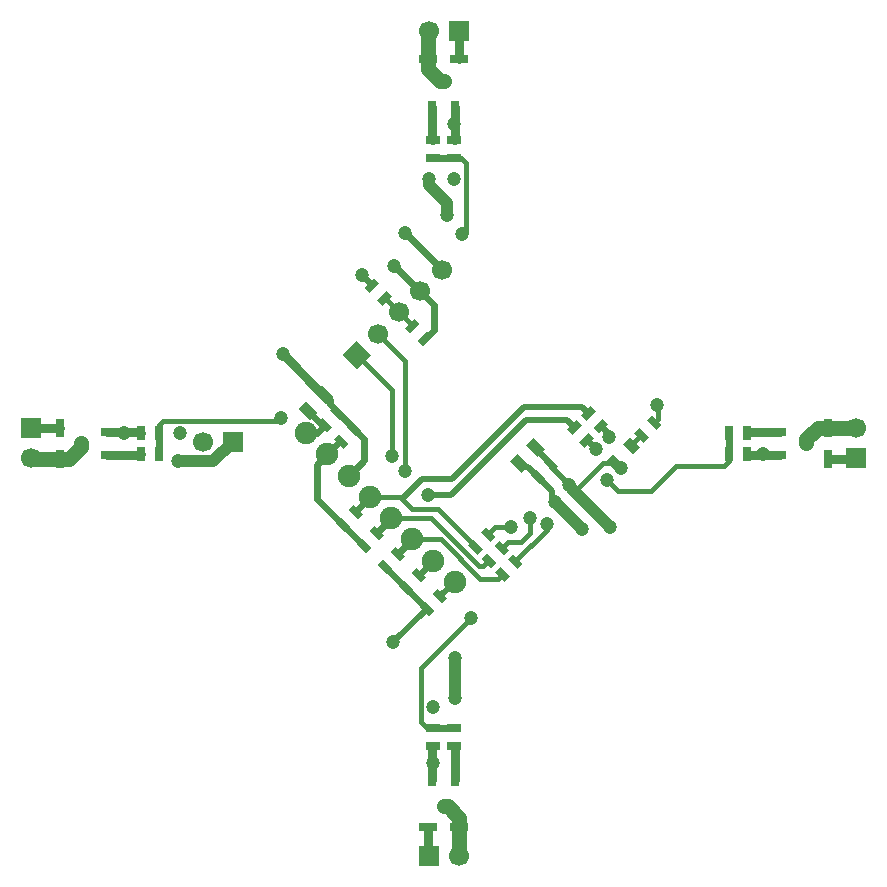
<source format=gtl>
G04 #@! TF.GenerationSoftware,KiCad,Pcbnew,(5.1.6)-1*
G04 #@! TF.CreationDate,2020-05-29T12:24:41+03:00*
G04 #@! TF.ProjectId,QuadV100,51756164-5631-4303-902e-6b696361645f,rev?*
G04 #@! TF.SameCoordinates,PX5b0b1acPY39a3b04*
G04 #@! TF.FileFunction,Copper,L1,Top*
G04 #@! TF.FilePolarity,Positive*
%FSLAX46Y46*%
G04 Gerber Fmt 4.6, Leading zero omitted, Abs format (unit mm)*
G04 Created by KiCad (PCBNEW (5.1.6)-1) date 2020-05-29 12:24:41*
%MOMM*%
%LPD*%
G01*
G04 APERTURE LIST*
G04 #@! TA.AperFunction,ComponentPad*
%ADD10C,1.900000*%
G04 #@! TD*
G04 #@! TA.AperFunction,SMDPad,CuDef*
%ADD11C,0.150000*%
G04 #@! TD*
G04 #@! TA.AperFunction,SMDPad,CuDef*
%ADD12R,0.800000X1.524000*%
G04 #@! TD*
G04 #@! TA.AperFunction,SMDPad,CuDef*
%ADD13R,1.524000X0.800000*%
G04 #@! TD*
G04 #@! TA.AperFunction,ComponentPad*
%ADD14R,1.699260X1.699260*%
G04 #@! TD*
G04 #@! TA.AperFunction,ComponentPad*
%ADD15C,1.699260*%
G04 #@! TD*
G04 #@! TA.AperFunction,SMDPad,CuDef*
%ADD16R,1.000760X0.800100*%
G04 #@! TD*
G04 #@! TA.AperFunction,SMDPad,CuDef*
%ADD17R,0.800100X1.000760*%
G04 #@! TD*
G04 #@! TA.AperFunction,SMDPad,CuDef*
%ADD18R,0.635000X1.143000*%
G04 #@! TD*
G04 #@! TA.AperFunction,SMDPad,CuDef*
%ADD19R,1.143000X0.635000*%
G04 #@! TD*
G04 #@! TA.AperFunction,ComponentPad*
%ADD20C,0.150000*%
G04 #@! TD*
G04 #@! TA.AperFunction,ViaPad*
%ADD21C,1.200000*%
G04 #@! TD*
G04 #@! TA.AperFunction,ViaPad*
%ADD22C,1.198880*%
G04 #@! TD*
G04 #@! TA.AperFunction,Conductor*
%ADD23C,0.800000*%
G04 #@! TD*
G04 #@! TA.AperFunction,Conductor*
%ADD24C,0.500380*%
G04 #@! TD*
G04 #@! TA.AperFunction,Conductor*
%ADD25C,0.599440*%
G04 #@! TD*
G04 #@! TA.AperFunction,Conductor*
%ADD26C,1.000000*%
G04 #@! TD*
G04 #@! TA.AperFunction,Conductor*
%ADD27C,0.398780*%
G04 #@! TD*
G04 #@! TA.AperFunction,Conductor*
%ADD28C,1.300000*%
G04 #@! TD*
G04 APERTURE END LIST*
D10*
X88683197Y-23655459D03*
X90479249Y-25451510D03*
X92275300Y-27247561D03*
X94071351Y-29043613D03*
X95867402Y-30839664D03*
X97663454Y-32635715D03*
X99459505Y-34431766D03*
X101255556Y-36227817D03*
G04 #@! TA.AperFunction,SMDPad,CuDef*
D11*
G36*
X109198210Y-25629567D02*
G01*
X110006433Y-26437790D01*
X109557420Y-26886803D01*
X108749197Y-26078580D01*
X109198210Y-25629567D01*
G37*
G04 #@! TD.AperFunction*
G04 #@! TA.AperFunction,SMDPad,CuDef*
G36*
X108120580Y-26707197D02*
G01*
X108928803Y-27515420D01*
X108479790Y-27964433D01*
X107671567Y-27156210D01*
X108120580Y-26707197D01*
G37*
G04 #@! TD.AperFunction*
G04 #@! TA.AperFunction,SMDPad,CuDef*
G36*
X107935914Y-24045258D02*
G01*
X108923742Y-25033086D01*
X108295124Y-25661704D01*
X107307296Y-24673876D01*
X107935914Y-24045258D01*
G37*
G04 #@! TD.AperFunction*
G04 #@! TA.AperFunction,SMDPad,CuDef*
G36*
X106588876Y-25392296D02*
G01*
X107576704Y-26380124D01*
X106948086Y-27008742D01*
X105960258Y-26020914D01*
X106588876Y-25392296D01*
G37*
G04 #@! TD.AperFunction*
G04 #@! TA.AperFunction,SMDPad,CuDef*
G36*
X88681876Y-20947296D02*
G01*
X89669704Y-21935124D01*
X89041086Y-22563742D01*
X88053258Y-21575914D01*
X88681876Y-20947296D01*
G37*
G04 #@! TD.AperFunction*
G04 #@! TA.AperFunction,SMDPad,CuDef*
G36*
X90028914Y-19600258D02*
G01*
X91016742Y-20588086D01*
X90388124Y-21216704D01*
X89400296Y-20228876D01*
X90028914Y-19600258D01*
G37*
G04 #@! TD.AperFunction*
G04 #@! TA.AperFunction,SMDPad,CuDef*
G36*
X90086580Y-22325697D02*
G01*
X90894803Y-23133920D01*
X90445790Y-23582933D01*
X89637567Y-22774710D01*
X90086580Y-22325697D01*
G37*
G04 #@! TD.AperFunction*
G04 #@! TA.AperFunction,SMDPad,CuDef*
G36*
X91164210Y-21248067D02*
G01*
X91972433Y-22056290D01*
X91523420Y-22505303D01*
X90715197Y-21697080D01*
X91164210Y-21248067D01*
G37*
G04 #@! TD.AperFunction*
G04 #@! TA.AperFunction,SMDPad,CuDef*
G36*
X92561210Y-22645067D02*
G01*
X93369433Y-23453290D01*
X92920420Y-23902303D01*
X92112197Y-23094080D01*
X92561210Y-22645067D01*
G37*
G04 #@! TD.AperFunction*
G04 #@! TA.AperFunction,SMDPad,CuDef*
G36*
X91483580Y-23722697D02*
G01*
X92291803Y-24530920D01*
X91842790Y-24979933D01*
X91034567Y-24171710D01*
X91483580Y-23722697D01*
G37*
G04 #@! TD.AperFunction*
G04 #@! TA.AperFunction,SMDPad,CuDef*
G36*
X116085282Y-24011582D02*
G01*
X116933018Y-24859318D01*
X116367332Y-25425004D01*
X115519596Y-24577268D01*
X116085282Y-24011582D01*
G37*
G04 #@! TD.AperFunction*
G04 #@! TA.AperFunction,SMDPad,CuDef*
G36*
X114671068Y-25425796D02*
G01*
X115518804Y-26273532D01*
X114953118Y-26839218D01*
X114105382Y-25991482D01*
X114671068Y-25425796D01*
G37*
G04 #@! TD.AperFunction*
D12*
X67818000Y-25844500D03*
X67818000Y-23177500D03*
D13*
X101663500Y8001000D03*
X98996500Y8001000D03*
D12*
X132842000Y-25844500D03*
X132842000Y-23177500D03*
D13*
X101663500Y-57023000D03*
X98996500Y-57023000D03*
D14*
X82486500Y-24384000D03*
D15*
X79946500Y-24384000D03*
X65405000Y-25781000D03*
D14*
X65405000Y-23241000D03*
X101600000Y10414000D03*
D15*
X99060000Y10414000D03*
X135255000Y-23241000D03*
D14*
X135255000Y-25781000D03*
X99060000Y-59436000D03*
D15*
X101600000Y-59436000D03*
D16*
X71838820Y-25463500D03*
X69639180Y-24511000D03*
X71838820Y-23558500D03*
D17*
X101282500Y3980180D03*
X100330000Y6179820D03*
X99377500Y3980180D03*
D16*
X128821180Y-23558500D03*
X131020820Y-24511000D03*
X128821180Y-25463500D03*
D17*
X99377500Y-53002180D03*
X100330000Y-55201820D03*
X101282500Y-53002180D03*
G04 #@! TA.AperFunction,SMDPad,CuDef*
D11*
G36*
X91969790Y-32028433D02*
G01*
X91161567Y-31220210D01*
X91610580Y-30771197D01*
X92418803Y-31579420D01*
X91969790Y-32028433D01*
G37*
G04 #@! TD.AperFunction*
G04 #@! TA.AperFunction,SMDPad,CuDef*
G36*
X93047420Y-30950803D02*
G01*
X92239197Y-30142580D01*
X92688210Y-29693567D01*
X93496433Y-30501790D01*
X93047420Y-30950803D01*
G37*
G04 #@! TD.AperFunction*
G04 #@! TA.AperFunction,SMDPad,CuDef*
G36*
X94825420Y-32728803D02*
G01*
X94017197Y-31920580D01*
X94466210Y-31471567D01*
X95274433Y-32279790D01*
X94825420Y-32728803D01*
G37*
G04 #@! TD.AperFunction*
G04 #@! TA.AperFunction,SMDPad,CuDef*
G36*
X93747790Y-33806433D02*
G01*
X92939567Y-32998210D01*
X93388580Y-32549197D01*
X94196803Y-33357420D01*
X93747790Y-33806433D01*
G37*
G04 #@! TD.AperFunction*
D18*
X74676000Y-25400000D03*
X76200000Y-25400000D03*
X74676000Y-23622000D03*
X76200000Y-23622000D03*
D19*
X99441000Y-381000D03*
X99441000Y1143000D03*
X101219000Y1143000D03*
X101219000Y-381000D03*
D18*
X124460000Y-23622000D03*
X125984000Y-23622000D03*
X124460000Y-25400000D03*
X125984000Y-25400000D03*
D19*
X101219000Y-48641000D03*
X101219000Y-50165000D03*
X99441000Y-48641000D03*
X99441000Y-50165000D03*
G04 #@! TA.AperFunction,SMDPad,CuDef*
D11*
G36*
X96603420Y-34506803D02*
G01*
X95795197Y-33698580D01*
X96244210Y-33249567D01*
X97052433Y-34057790D01*
X96603420Y-34506803D01*
G37*
G04 #@! TD.AperFunction*
G04 #@! TA.AperFunction,SMDPad,CuDef*
G36*
X95525790Y-35584433D02*
G01*
X94717567Y-34776210D01*
X95166580Y-34327197D01*
X95974803Y-35135420D01*
X95525790Y-35584433D01*
G37*
G04 #@! TD.AperFunction*
G04 #@! TA.AperFunction,SMDPad,CuDef*
G36*
X97303790Y-37362433D02*
G01*
X96495567Y-36554210D01*
X96944580Y-36105197D01*
X97752803Y-36913420D01*
X97303790Y-37362433D01*
G37*
G04 #@! TD.AperFunction*
G04 #@! TA.AperFunction,SMDPad,CuDef*
G36*
X98381420Y-36284803D02*
G01*
X97573197Y-35476580D01*
X98022210Y-35027567D01*
X98830433Y-35835790D01*
X98381420Y-36284803D01*
G37*
G04 #@! TD.AperFunction*
G04 #@! TA.AperFunction,SMDPad,CuDef*
G36*
X100159420Y-38062803D02*
G01*
X99351197Y-37254580D01*
X99800210Y-36805567D01*
X100608433Y-37613790D01*
X100159420Y-38062803D01*
G37*
G04 #@! TD.AperFunction*
G04 #@! TA.AperFunction,SMDPad,CuDef*
G36*
X99081790Y-39140433D02*
G01*
X98273567Y-38332210D01*
X98722580Y-37883197D01*
X99530803Y-38691420D01*
X99081790Y-39140433D01*
G37*
G04 #@! TD.AperFunction*
G04 #@! TA.AperFunction,SMDPad,CuDef*
G36*
X118320420Y-23381603D02*
G01*
X117512197Y-22573380D01*
X117961210Y-22124367D01*
X118769433Y-22932590D01*
X118320420Y-23381603D01*
G37*
G04 #@! TD.AperFunction*
G04 #@! TA.AperFunction,SMDPad,CuDef*
G36*
X117242790Y-24459233D02*
G01*
X116434567Y-23651010D01*
X116883580Y-23201997D01*
X117691803Y-24010220D01*
X117242790Y-24459233D01*
G37*
G04 #@! TD.AperFunction*
G04 #@! TA.AperFunction,SMDPad,CuDef*
G36*
X95972933Y-12043210D02*
G01*
X95164710Y-12851433D01*
X94715697Y-12402420D01*
X95523920Y-11594197D01*
X95972933Y-12043210D01*
G37*
G04 #@! TD.AperFunction*
G04 #@! TA.AperFunction,SMDPad,CuDef*
G36*
X94895303Y-10965580D02*
G01*
X94087080Y-11773803D01*
X93638067Y-11324790D01*
X94446290Y-10516567D01*
X94895303Y-10965580D01*
G37*
G04 #@! TD.AperFunction*
G04 #@! TA.AperFunction,ComponentPad*
D20*
G36*
X92964000Y-18219558D02*
G01*
X91762442Y-17018000D01*
X92964000Y-15816442D01*
X94165558Y-17018000D01*
X92964000Y-18219558D01*
G37*
G04 #@! TD.AperFunction*
D15*
X94760051Y-15221949D03*
X96556102Y-13425898D03*
X98352154Y-11629846D03*
X100148205Y-9833795D03*
G04 #@! TA.AperFunction,SMDPad,CuDef*
D11*
G36*
X97067067Y-14753790D02*
G01*
X97875290Y-13945567D01*
X98324303Y-14394580D01*
X97516080Y-15202803D01*
X97067067Y-14753790D01*
G37*
G04 #@! TD.AperFunction*
G04 #@! TA.AperFunction,SMDPad,CuDef*
G36*
X98144697Y-15831420D02*
G01*
X98952920Y-15023197D01*
X99401933Y-15472210D01*
X98593710Y-16280433D01*
X98144697Y-15831420D01*
G37*
G04 #@! TD.AperFunction*
G04 #@! TA.AperFunction,SMDPad,CuDef*
G36*
X105136080Y-34962197D02*
G01*
X105944303Y-35770420D01*
X105495290Y-36219433D01*
X104687067Y-35411210D01*
X105136080Y-34962197D01*
G37*
G04 #@! TD.AperFunction*
G04 #@! TA.AperFunction,SMDPad,CuDef*
G36*
X106213710Y-33884567D02*
G01*
X107021933Y-34692790D01*
X106572920Y-35141803D01*
X105764697Y-34333580D01*
X106213710Y-33884567D01*
G37*
G04 #@! TD.AperFunction*
G04 #@! TA.AperFunction,SMDPad,CuDef*
G36*
X105070710Y-32741567D02*
G01*
X105878933Y-33549790D01*
X105429920Y-33998803D01*
X104621697Y-33190580D01*
X105070710Y-32741567D01*
G37*
G04 #@! TD.AperFunction*
G04 #@! TA.AperFunction,SMDPad,CuDef*
G36*
X103993080Y-33819197D02*
G01*
X104801303Y-34627420D01*
X104352290Y-35076433D01*
X103544067Y-34268210D01*
X103993080Y-33819197D01*
G37*
G04 #@! TD.AperFunction*
G04 #@! TA.AperFunction,SMDPad,CuDef*
G36*
X102850080Y-32676197D02*
G01*
X103658303Y-33484420D01*
X103209290Y-33933433D01*
X102401067Y-33125210D01*
X102850080Y-32676197D01*
G37*
G04 #@! TD.AperFunction*
G04 #@! TA.AperFunction,SMDPad,CuDef*
G36*
X103927710Y-31598567D02*
G01*
X104735933Y-32406790D01*
X104286920Y-32855803D01*
X103478697Y-32047580D01*
X103927710Y-31598567D01*
G37*
G04 #@! TD.AperFunction*
G04 #@! TA.AperFunction,SMDPad,CuDef*
G36*
X113190588Y-21780565D02*
G01*
X112382365Y-22588788D01*
X111933352Y-22139775D01*
X112741575Y-21331552D01*
X113190588Y-21780565D01*
G37*
G04 #@! TD.AperFunction*
G04 #@! TA.AperFunction,SMDPad,CuDef*
G36*
X114268218Y-22858195D02*
G01*
X113459995Y-23666418D01*
X113010982Y-23217405D01*
X113819205Y-22409182D01*
X114268218Y-22858195D01*
G37*
G04 #@! TD.AperFunction*
G04 #@! TA.AperFunction,SMDPad,CuDef*
G36*
X113079833Y-24057410D02*
G01*
X112271610Y-24865633D01*
X111822597Y-24416620D01*
X112630820Y-23608397D01*
X113079833Y-24057410D01*
G37*
G04 #@! TD.AperFunction*
G04 #@! TA.AperFunction,SMDPad,CuDef*
G36*
X112002203Y-22979780D02*
G01*
X111193980Y-23788003D01*
X110744967Y-23338990D01*
X111553190Y-22530767D01*
X112002203Y-22979780D01*
G37*
G04 #@! TD.AperFunction*
D21*
X101219000Y2540000D03*
D22*
X101219000Y-2159000D03*
D21*
X127381000Y-25400000D03*
X99441000Y-51562000D03*
D22*
X99441000Y-46863000D03*
D21*
X73279000Y-23622000D03*
D22*
X77978000Y-23622000D03*
X110934500Y-28003500D03*
X114427000Y-31559500D03*
X86709250Y-16986250D03*
X93408500Y-10287000D03*
X97028000Y-6667500D03*
X96043750Y-41370250D03*
X115316000Y-26606500D03*
X109791500Y-29464000D03*
X101282500Y-42672000D03*
X101282500Y-46037500D03*
X100647500Y-5207000D03*
X99123500Y-2159000D03*
X112079187Y-31751687D03*
X77851000Y-26035000D03*
X96139000Y-9461500D03*
X98996500Y-28892500D03*
X86550500Y-22352000D03*
X101917500Y-6794500D03*
X114138607Y-27656893D03*
X102616000Y-39306500D03*
X118376379Y-21298221D03*
X95948500Y-25590500D03*
X97091500Y-26860500D03*
X109093000Y-31369000D03*
X107632500Y-30797500D03*
X106045000Y-31559500D03*
X114300000Y-23939500D03*
X113220500Y-25019000D03*
D23*
X101282500Y2476500D02*
X101282500Y1206500D01*
D24*
X101282500Y2476500D02*
X101219000Y2540000D01*
D23*
X101282500Y3980180D02*
X101282500Y2476500D01*
X101282500Y1206500D02*
X101219000Y1143000D01*
X127317500Y-25463500D02*
X126047500Y-25463500D01*
D24*
X127317500Y-25463500D02*
X127381000Y-25400000D01*
D23*
X128821180Y-25463500D02*
X127317500Y-25463500D01*
X126047500Y-25463500D02*
X125984000Y-25400000D01*
X99377500Y-51498500D02*
X99377500Y-50228500D01*
D24*
X99377500Y-51498500D02*
X99441000Y-51562000D01*
D23*
X99377500Y-53002180D02*
X99377500Y-51498500D01*
X99377500Y-50228500D02*
X99441000Y-50165000D01*
X74612500Y-23558500D02*
X74676000Y-23622000D01*
D24*
X73342500Y-23558500D02*
X73279000Y-23622000D01*
D23*
X73342500Y-23558500D02*
X74612500Y-23558500D01*
X71838820Y-23558500D02*
X73342500Y-23558500D01*
D25*
X95346185Y-34955815D02*
X97124185Y-36733815D01*
X97124185Y-36733815D02*
X98902185Y-38511815D01*
X92740815Y-23273685D02*
X91343815Y-21876685D01*
X91343815Y-21876685D02*
X90678000Y-21210870D01*
X90678000Y-20877962D02*
X90208519Y-20408481D01*
X90678000Y-21210870D02*
X90678000Y-20877962D01*
X92740815Y-23273685D02*
X93599000Y-24131870D01*
X93599000Y-25923861D02*
X92275300Y-27247561D01*
X93599000Y-24131870D02*
X93599000Y-25923861D01*
D24*
X108115519Y-24995889D02*
X109377815Y-26258185D01*
X108115519Y-24853481D02*
X108115519Y-24995889D01*
X109377815Y-26446815D02*
X110934500Y-28003500D01*
X109377815Y-26258185D02*
X109377815Y-26446815D01*
D26*
X110934500Y-28003500D02*
X110934500Y-28067000D01*
D23*
X90131481Y-20408481D02*
X86709250Y-16986250D01*
X90208519Y-20408481D02*
X90131481Y-20408481D01*
D25*
X94266685Y-11145185D02*
X93408500Y-10287000D01*
X100148205Y-9787705D02*
X97028000Y-6667500D01*
X100148205Y-9833795D02*
X100148205Y-9787705D01*
D24*
X98902185Y-38511815D02*
X96043750Y-41370250D01*
D27*
X115316000Y-26606500D02*
X114871500Y-26162000D01*
X114871500Y-26162000D02*
X113792000Y-26162000D01*
X111442500Y-28511500D02*
X111379000Y-28511500D01*
D26*
X110934500Y-28067000D02*
X111379000Y-28511500D01*
D27*
X113792000Y-26162000D02*
X111442500Y-28511500D01*
D26*
X111379000Y-28511500D02*
X114427000Y-31559500D01*
D27*
X114842007Y-26132507D02*
X115316000Y-26606500D01*
X114812093Y-26132507D02*
X114842007Y-26132507D01*
D23*
X101663500Y8001000D02*
X101663500Y10350500D01*
X101663500Y10350500D02*
X101600000Y10414000D01*
X132842000Y-25844500D02*
X135191500Y-25844500D01*
X135191500Y-25844500D02*
X135255000Y-25781000D01*
X98996500Y-57023000D02*
X98996500Y-59372500D01*
X98996500Y-59372500D02*
X99060000Y-59436000D01*
X65468500Y-23177500D02*
X65405000Y-23241000D01*
X67818000Y-23177500D02*
X65468500Y-23177500D01*
D25*
X90060277Y-22954315D02*
X88861481Y-21755519D01*
X90266185Y-22954315D02*
X90060277Y-22954315D01*
X89565041Y-23655459D02*
X90266185Y-22954315D01*
X88683197Y-23655459D02*
X89565041Y-23655459D01*
D24*
X108300185Y-27335815D02*
X107507370Y-26543000D01*
X107110962Y-26543000D02*
X106768481Y-26200519D01*
X107507370Y-26543000D02*
X107110962Y-26543000D01*
X108300185Y-27335815D02*
X109474000Y-28509630D01*
X109474000Y-29146500D02*
X109791500Y-29464000D01*
X109474000Y-28509630D02*
X109474000Y-29146500D01*
D26*
X101282500Y-42672000D02*
X101282500Y-46037500D01*
X100647500Y-5207000D02*
X100647500Y-4191000D01*
X100647500Y-4191000D02*
X99123500Y-2667000D01*
X99123500Y-2667000D02*
X99123500Y-2159000D01*
X109791500Y-29464000D02*
X112079187Y-31751687D01*
X80835500Y-26035000D02*
X82486500Y-24384000D01*
X77851000Y-26035000D02*
X80835500Y-26035000D01*
D25*
X98352154Y-11629846D02*
X99504500Y-12782192D01*
X99504500Y-14920630D02*
X99503565Y-14921565D01*
X99504500Y-12782192D02*
X99504500Y-14920630D01*
X99503565Y-14921565D02*
X98773315Y-15651815D01*
X98307346Y-11629846D02*
X96139000Y-9461500D01*
X98352154Y-11629846D02*
X98307346Y-11629846D01*
X93568185Y-33177815D02*
X91790185Y-31399815D01*
X91579444Y-24351315D02*
X90479249Y-25451510D01*
X91663185Y-24351315D02*
X91579444Y-24351315D01*
X91790185Y-31399815D02*
X89598500Y-29208130D01*
X89598500Y-26332259D02*
X90479249Y-25451510D01*
X89598500Y-29208130D02*
X89598500Y-26332259D01*
D27*
X116226307Y-24667493D02*
X117063185Y-23830615D01*
X116226307Y-24718293D02*
X116226307Y-24667493D01*
D28*
X69639180Y-24848820D02*
X68643500Y-25844500D01*
X69639180Y-24511000D02*
X69639180Y-24848820D01*
X68643500Y-25844500D02*
X67818000Y-25844500D01*
X65468500Y-25844500D02*
X65405000Y-25781000D01*
X67818000Y-25844500D02*
X65468500Y-25844500D01*
X99992180Y6179820D02*
X98996500Y7175500D01*
X100330000Y6179820D02*
X99992180Y6179820D01*
X98996500Y7175500D02*
X98996500Y8001000D01*
X98996500Y10350500D02*
X99060000Y10414000D01*
X98996500Y8001000D02*
X98996500Y10350500D01*
X131020820Y-24173180D02*
X132016500Y-23177500D01*
X131020820Y-24511000D02*
X131020820Y-24173180D01*
X132016500Y-23177500D02*
X132842000Y-23177500D01*
X135191500Y-23177500D02*
X135255000Y-23241000D01*
X132842000Y-23177500D02*
X135191500Y-23177500D01*
X100667820Y-55201820D02*
X101663500Y-56197500D01*
X100330000Y-55201820D02*
X100667820Y-55201820D01*
X101663500Y-56197500D02*
X101663500Y-57023000D01*
X101663500Y-59372500D02*
X101600000Y-59436000D01*
X101663500Y-57023000D02*
X101663500Y-59372500D01*
D23*
X74612500Y-25463500D02*
X74676000Y-25400000D01*
X71838820Y-25463500D02*
X74612500Y-25463500D01*
X99377500Y3980180D02*
X99377500Y1206500D01*
X99377500Y1206500D02*
X99441000Y1143000D01*
X128821180Y-23558500D02*
X126047500Y-23558500D01*
X126047500Y-23558500D02*
X125984000Y-23622000D01*
X101282500Y-53002180D02*
X101282500Y-50228500D01*
X101282500Y-50228500D02*
X101219000Y-50165000D01*
D25*
X92867815Y-30247149D02*
X94071351Y-29043613D01*
X92867815Y-30322185D02*
X92867815Y-30247149D01*
D27*
X103029685Y-33304815D02*
X99823870Y-30099000D01*
X99823870Y-30099000D02*
X97663000Y-30099000D01*
X96607613Y-29043613D02*
X94071351Y-29043613D01*
X97663000Y-30099000D02*
X96805750Y-29241750D01*
X96805750Y-29241750D02*
X96607613Y-29043613D01*
D24*
X101028500Y-27559000D02*
X107124500Y-21463000D01*
X107124500Y-21463000D02*
X112064800Y-21463000D01*
X96805750Y-29241750D02*
X98488500Y-27559000D01*
X112064800Y-21463000D02*
X112561970Y-21960170D01*
X98488500Y-27559000D02*
X101028500Y-27559000D01*
D25*
X94645815Y-32061251D02*
X95867402Y-30839664D01*
X94645815Y-32100185D02*
X94645815Y-32061251D01*
D27*
X104172685Y-34447815D02*
X103695500Y-34925000D01*
X103695500Y-34925000D02*
X103314500Y-34925000D01*
X99229164Y-30839664D02*
X95867402Y-30839664D01*
X103314500Y-34925000D02*
X99229164Y-30839664D01*
D24*
X110756700Y-22542500D02*
X111373585Y-23159385D01*
X107315000Y-22542500D02*
X110756700Y-22542500D01*
X98996500Y-28892500D02*
X100965000Y-28892500D01*
X100965000Y-28892500D02*
X107315000Y-22542500D01*
D25*
X76200000Y-23622000D02*
X76200000Y-25400000D01*
D27*
X76200000Y-23622000D02*
X76200000Y-22987000D01*
X76200000Y-22987000D02*
X76581000Y-22606000D01*
X86296500Y-22606000D02*
X86550500Y-22352000D01*
X76581000Y-22606000D02*
X86296500Y-22606000D01*
D25*
X101219000Y-381000D02*
X99441000Y-381000D01*
D27*
X101219000Y-381000D02*
X101790500Y-381000D01*
X101790500Y-381000D02*
X102207831Y-798331D01*
X102207831Y-6504169D02*
X101917500Y-6794500D01*
X102207831Y-4290831D02*
X102207831Y-6504169D01*
X102207831Y-798331D02*
X102207831Y-4290831D01*
D25*
X124460000Y-25400000D02*
X124460000Y-23622000D01*
D27*
X124460000Y-26035000D02*
X124460000Y-25400000D01*
X124079000Y-26416000D02*
X124460000Y-26035000D01*
X117856000Y-28575000D02*
X120015000Y-26416000D01*
X120015000Y-26416000D02*
X124079000Y-26416000D01*
X115056714Y-28575000D02*
X117856000Y-28575000D01*
X114138607Y-27656893D02*
X115056714Y-28575000D01*
D25*
X99441000Y-48641000D02*
X101219000Y-48641000D01*
D27*
X101219000Y-40703500D02*
X102616000Y-39306500D01*
X99441000Y-48641000D02*
X98933000Y-48641000D01*
X98933000Y-48641000D02*
X98425000Y-48133000D01*
X98425000Y-43497500D02*
X101219000Y-40703500D01*
X98425000Y-48133000D02*
X98425000Y-43497500D01*
D25*
X96423815Y-33875354D02*
X97663454Y-32635715D01*
X96423815Y-33878185D02*
X96423815Y-33875354D01*
D27*
X97663454Y-32635715D02*
X100072715Y-32635715D01*
X100072715Y-32635715D02*
X103441500Y-36004500D01*
X104902000Y-36004500D02*
X105315685Y-35590815D01*
X103441500Y-36004500D02*
X104902000Y-36004500D01*
D25*
X98235086Y-35656185D02*
X99459505Y-34431766D01*
X98201815Y-35656185D02*
X98235086Y-35656185D01*
D24*
X100049188Y-37434185D02*
X101255556Y-36227817D01*
X99979815Y-37434185D02*
X100049188Y-37434185D01*
D27*
X118140815Y-22752985D02*
X118465600Y-22428200D01*
X118465600Y-22428200D02*
X118465600Y-21387442D01*
X118465600Y-21387442D02*
X118376379Y-21298221D01*
X95948500Y-20002500D02*
X92964000Y-17018000D01*
X95948500Y-25590500D02*
X95948500Y-20002500D01*
X97091500Y-17553398D02*
X94760051Y-15221949D01*
X97091500Y-26860500D02*
X97091500Y-17553398D01*
X106393315Y-34513185D02*
X109093000Y-31813500D01*
X109093000Y-31813500D02*
X109093000Y-31369000D01*
X105250315Y-33370185D02*
X105791000Y-32829500D01*
X105791000Y-32829500D02*
X106870500Y-32829500D01*
X106870500Y-32829500D02*
X107632500Y-32067500D01*
X107632500Y-32067500D02*
X107632500Y-30797500D01*
X104107315Y-32227185D02*
X104711500Y-31623000D01*
X104711500Y-31623000D02*
X105981500Y-31623000D01*
X105981500Y-31623000D02*
X106045000Y-31559500D01*
X97695685Y-14565481D02*
X96556102Y-13425898D01*
X97695685Y-14574185D02*
X97695685Y-14565481D01*
X96547398Y-13425898D02*
X95344315Y-12222815D01*
X96556102Y-13425898D02*
X96547398Y-13425898D01*
D24*
X114300000Y-23698200D02*
X113639600Y-23037800D01*
X114300000Y-23939500D02*
X114300000Y-23698200D01*
X113220500Y-25006300D02*
X112451215Y-24237015D01*
X113220500Y-25019000D02*
X113220500Y-25006300D01*
M02*

</source>
